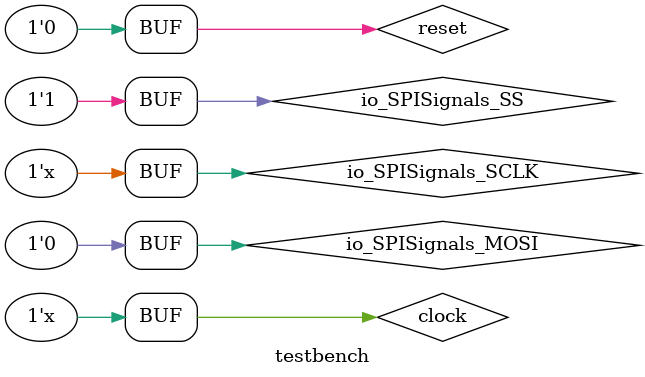
<source format=v>
`timescale 1us / 1ps

module testbench;

reg         clock = 0;
reg         reset = 0;
reg         io_SPISignals_SCLK = 0;
reg         io_SPISignals_MOSI = 0;
reg         io_SPISignals_SS = 0;
wire [7:0]  io_currentByte;
wire        io_isCurrentlyReading;


SPISlave uut (
    .clock(clock),
    .reset(reset),
    .io_SPISignals_SCLK(io_SPISignals_SCLK),
    .io_SPISignals_MOSI(io_SPISignals_MOSI),
    .io_SPISignals_SS(io_SPISignals_SS),
    .io_currentByte(io_currentByte),
    .io_isCurrentlyReading(io_isCurrentlyReading)
 );

initial
   begin 
     clock = 0; 
     reset = 0;
     io_SPISignals_SCLK = 0;
     io_SPISignals_MOSI = 0;
     io_SPISignals_SS = 1;
  
     #10
     io_SPISignals_SS = 0;
     io_SPISignals_MOSI = 0;
     
     #10
     io_SPISignals_MOSI = 0;
     
     #20
     io_SPISignals_MOSI = 1;
     
     #10
     io_SPISignals_MOSI = 0;
     
     #50
     io_SPISignals_SS = 1;
     
     if (io_currentByte !== 32) $display("Failed! Result not equal 20");
     
   end 
     
   always 
      #1  clock =  ! clock;
   always
      #5 io_SPISignals_SCLK = ! io_SPISignals_SCLK;
      
    
endmodule

</source>
